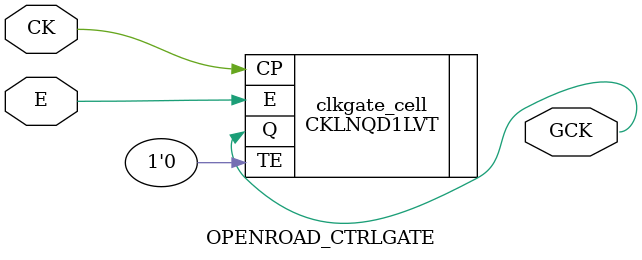
<source format=v>

module OPENROAD_DFFE (D, C, E, Q);
  input D;     // Data input
  input C;     // Clock input
  input E;     // Enable input
  output Q;    // Data output

  // Use TSMC65 enabled D flip-flop
  // EDFD2LVT: Enabled D flip-flop with 2x drive strength
  EDFD2LVT dffe (.D(D), .CP(C), .E(E), .Q(Q));

endmodule

// Generic OPENROAD enabled flip-flop with reset mapped to TSMC65
module OPENROAD_DFFER (D, C, E, R, Q);
  input D;     // Data input
  input C;     // Clock input
  input E;     // Enable input
  input R;     // Active-low async reset
  output Q;    // Data output

  // Use TSMC65 enabled D flip-flop with reset
  // EDFCND2LVT: Enabled D flip-flop with Clear-Direct-Negative (active-low reset)
  EDFCND2LVT dffe (.D(D), .CP(C), .E(E), .CDN(R), .Q(Q));

endmodule

// Generic OPENROAD XOR gate mapped to TSMC65 XOR
module OPENROAD_CLKXOR (A, B, Y);
  input A;     // Input A
  input B;     // Input B
  output Y;    // Output Y = A ^ B

  XOR2D1LVT xor_cell (.A1(A), .A2(B), .Z(Y));

endmodule

// Generic OPENROAD clock buffer mapped to TSMC65 buffer
module OPENROAD_CLKBUF (A, Y);
  input A;     // Input
  output Y;    // Output Y = A

  BUFFD2LVT buf_cell (.I(A), .Z(Y));

endmodule

// Generic OPENROAD clock inverter mapped to TSMC65 inverter
module OPENROAD_CLKINV (A, Y);
  input A;     // Input
  output Y;    // Output Y = ~A

  INVD2LVT inv_cell (.I(A), .ZN(Y));

endmodule

// Custom clock gate module that directly uses TSMC65 clock gate
// This bypasses the OPENROAD_CLKGATE define issues
module OPENROAD_CTRLGATE (CK, E, GCK);
  input CK;   // Clock input
  input E;    // Enable input
  output GCK; // Gated clock output

  // Use TSMC65 latch-based clock gate (TE tied to 0 for normal operation)
  CKLNQD1LVT clkgate_cell (.TE(1'b0), .CP(CK), .E(E), .Q(GCK));

endmodule
</source>
